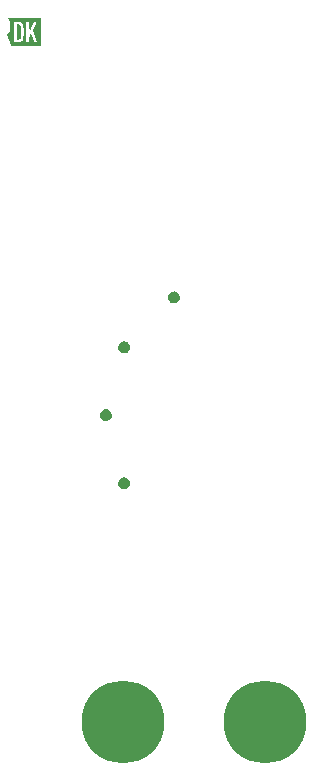
<source format=gtl>
%TF.GenerationSoftware,KiCad,Pcbnew,8.99.0-2433-g53022ab347*%
%TF.CreationDate,2024-10-12T16:27:44+02:00*%
%TF.ProjectId,dmm_sao_front,646d6d5f-7361-46f5-9f66-726f6e742e6b,1.0*%
%TF.SameCoordinates,PX4dbaf29PY3d7cb27*%
%TF.FileFunction,Copper,L1,Top*%
%TF.FilePolarity,Positive*%
%FSLAX46Y46*%
G04 Gerber Fmt 4.6, Leading zero omitted, Abs format (unit mm)*
G04 Created by KiCad (PCBNEW 8.99.0-2433-g53022ab347) date 2024-10-12 16:27:44*
%MOMM*%
%LPD*%
G01*
G04 APERTURE LIST*
%TA.AperFunction,EtchedComponent*%
%ADD10C,0.000000*%
%TD*%
%TA.AperFunction,ComponentPad*%
%ADD11C,7.000000*%
%TD*%
G04 APERTURE END LIST*
D10*
%TA.AperFunction,EtchedComponent*%
%TO.C,G\u002A\u002A\u002A*%
G36*
X16146967Y-37059510D02*
G01*
X16282036Y-37119155D01*
X16388557Y-37208543D01*
X16463497Y-37323594D01*
X16503824Y-37460227D01*
X16510158Y-37548213D01*
X16490748Y-37687769D01*
X16437335Y-37809565D01*
X16355861Y-37909961D01*
X16252271Y-37985315D01*
X16132508Y-38031988D01*
X16002515Y-38046337D01*
X15868236Y-38024723D01*
X15785885Y-37991888D01*
X15670140Y-37912916D01*
X15584004Y-37810485D01*
X15528810Y-37691818D01*
X15505892Y-37564141D01*
X15516580Y-37434675D01*
X15562208Y-37310646D01*
X15640398Y-37203106D01*
X15756474Y-37109354D01*
X15885698Y-37054269D01*
X16023519Y-37039140D01*
X16146967Y-37059510D01*
G37*
%TD.AperFunction*%
%TA.AperFunction,EtchedComponent*%
G36*
X8600042Y-4462550D02*
G01*
X8654631Y-4464664D01*
X8697711Y-4470606D01*
X8730646Y-4484898D01*
X8754797Y-4512062D01*
X8771527Y-4556620D01*
X8782197Y-4623095D01*
X8788171Y-4716009D01*
X8790809Y-4839884D01*
X8791474Y-4999241D01*
X8791493Y-5098138D01*
X8791493Y-5636955D01*
X8739495Y-5688952D01*
X8690116Y-5725098D01*
X8627592Y-5739665D01*
X8590540Y-5740950D01*
X8524509Y-5735263D01*
X8487220Y-5719909D01*
X8483322Y-5714212D01*
X8480885Y-5686872D01*
X8479039Y-5622745D01*
X8477825Y-5527407D01*
X8477282Y-5406435D01*
X8477452Y-5265407D01*
X8478375Y-5109900D01*
X8478691Y-5073386D01*
X8484320Y-4459299D01*
X8600042Y-4462550D01*
G37*
%TD.AperFunction*%
%TA.AperFunction,EtchedComponent*%
G36*
X21932171Y-27100847D02*
G01*
X22043945Y-27156630D01*
X22139014Y-27238489D01*
X22211302Y-27343641D01*
X22254731Y-27469305D01*
X22264720Y-27571842D01*
X22247483Y-27714674D01*
X22194427Y-27837186D01*
X22131245Y-27917494D01*
X22018640Y-28007124D01*
X21889487Y-28062587D01*
X21752471Y-28081204D01*
X21643649Y-28067919D01*
X21525009Y-28019003D01*
X21417844Y-27937808D01*
X21335009Y-27834401D01*
X21326515Y-27819517D01*
X21290416Y-27741031D01*
X21273261Y-27664405D01*
X21269523Y-27579118D01*
X21284198Y-27438500D01*
X21329630Y-27322080D01*
X21409538Y-27221435D01*
X21439566Y-27194104D01*
X21557390Y-27117767D01*
X21682817Y-27078634D01*
X21809770Y-27073921D01*
X21932171Y-27100847D01*
G37*
%TD.AperFunction*%
%TA.AperFunction,EtchedComponent*%
G36*
X17748719Y-42835106D02*
G01*
X17874992Y-42909649D01*
X17967500Y-43009592D01*
X18025557Y-43133859D01*
X18048477Y-43281375D01*
X18048842Y-43305366D01*
X18029293Y-43450286D01*
X17973178Y-43576180D01*
X17883610Y-43678878D01*
X17763702Y-43754209D01*
X17694598Y-43779932D01*
X17594452Y-43803041D01*
X17506765Y-43803646D01*
X17408636Y-43781601D01*
X17397025Y-43778039D01*
X17270702Y-43718990D01*
X17171261Y-43628083D01*
X17105582Y-43523536D01*
X17073893Y-43451507D01*
X17058113Y-43389250D01*
X17054595Y-43316977D01*
X17056914Y-43259469D01*
X17065398Y-43169462D01*
X17082182Y-43104038D01*
X17112610Y-43045518D01*
X17128819Y-43021472D01*
X17227488Y-42914453D01*
X17346225Y-42840206D01*
X17477791Y-42800908D01*
X17614950Y-42798734D01*
X17748719Y-42835106D01*
G37*
%TD.AperFunction*%
%TA.AperFunction,EtchedComponent*%
G36*
X17641163Y-31295600D02*
G01*
X17751478Y-31324525D01*
X17850269Y-31383818D01*
X17885646Y-31413607D01*
X17976311Y-31517837D01*
X18029408Y-31636050D01*
X18048019Y-31775333D01*
X18048110Y-31787072D01*
X18028901Y-31931426D01*
X17973739Y-32059186D01*
X17886323Y-32164623D01*
X17770354Y-32242008D01*
X17747845Y-32252053D01*
X17648183Y-32277326D01*
X17530957Y-32283076D01*
X17416035Y-32269627D01*
X17339366Y-32245381D01*
X17251289Y-32189146D01*
X17167892Y-32108371D01*
X17102364Y-32017422D01*
X17074784Y-31957220D01*
X17061787Y-31891232D01*
X17056037Y-31804838D01*
X17057316Y-31743044D01*
X17068100Y-31651491D01*
X17090818Y-31581860D01*
X17129091Y-31517999D01*
X17226607Y-31406516D01*
X17336881Y-31333905D01*
X17464434Y-31297480D01*
X17507181Y-31293178D01*
X17641163Y-31295600D01*
G37*
%TD.AperFunction*%
%TA.AperFunction,EtchedComponent*%
G36*
X8767259Y-3923302D02*
G01*
X9000405Y-3923902D01*
X9093369Y-3924241D01*
X10475646Y-3929691D01*
X10481122Y-5100125D01*
X10486597Y-6270558D01*
X9249507Y-6270558D01*
X8012417Y-6270558D01*
X7913695Y-5979794D01*
X8240700Y-5979794D01*
X8492085Y-5969440D01*
X8606295Y-5963588D01*
X8688459Y-5955810D01*
X8748897Y-5944266D01*
X8797932Y-5927111D01*
X8836064Y-5908009D01*
X8932484Y-5831125D01*
X8981885Y-5761868D01*
X8997730Y-5732768D01*
X9010070Y-5705186D01*
X9019343Y-5673630D01*
X9025987Y-5632610D01*
X9030441Y-5576636D01*
X9033142Y-5500214D01*
X9034529Y-5397855D01*
X9035040Y-5264068D01*
X9035112Y-5094829D01*
X9035110Y-5091298D01*
X9035035Y-4924398D01*
X9034511Y-4790841D01*
X9033106Y-4688661D01*
X9030382Y-4612362D01*
X9025904Y-4556451D01*
X9019235Y-4515429D01*
X9009940Y-4483803D01*
X8997582Y-4456077D01*
X8982152Y-4427522D01*
X8933259Y-4355147D01*
X8874388Y-4302728D01*
X8798471Y-4267527D01*
X8698442Y-4246802D01*
X8567233Y-4237814D01*
X8490424Y-4236864D01*
X9278732Y-4236864D01*
X9278732Y-5091298D01*
X9279094Y-5277617D01*
X9280127Y-5450663D01*
X9281752Y-5605865D01*
X9283890Y-5738650D01*
X9286461Y-5844448D01*
X9289387Y-5918688D01*
X9292587Y-5956797D01*
X9293807Y-5960807D01*
X9322065Y-5968336D01*
X9377481Y-5970861D01*
X9415616Y-5969633D01*
X9522352Y-5963386D01*
X9532944Y-5687989D01*
X9538468Y-5568833D01*
X9545459Y-5482231D01*
X9555546Y-5418368D01*
X9570361Y-5367429D01*
X9591535Y-5319601D01*
X9595422Y-5311968D01*
X9626740Y-5255860D01*
X9651707Y-5219332D01*
X9661260Y-5211342D01*
X9672579Y-5230258D01*
X9695601Y-5282842D01*
X9727808Y-5362851D01*
X9766687Y-5464041D01*
X9808483Y-5576772D01*
X9851682Y-5693973D01*
X9890695Y-5797472D01*
X9922954Y-5880641D01*
X9945889Y-5936852D01*
X9956697Y-5959239D01*
X9984580Y-5967571D01*
X10040548Y-5970977D01*
X10088784Y-5969831D01*
X10205928Y-5963386D01*
X10005848Y-5445597D01*
X9805768Y-4927809D01*
X9965936Y-4592865D01*
X10017890Y-4483649D01*
X10062810Y-4388125D01*
X10097750Y-4312651D01*
X10119762Y-4263586D01*
X10126105Y-4247393D01*
X10106968Y-4241556D01*
X10057729Y-4237733D01*
X10012761Y-4236864D01*
X9899416Y-4236864D01*
X9721476Y-4627267D01*
X9543536Y-5017670D01*
X9537773Y-4627267D01*
X9532009Y-4236864D01*
X9405371Y-4236864D01*
X9278732Y-4236864D01*
X8490424Y-4236864D01*
X8240700Y-4236864D01*
X8240700Y-5108329D01*
X8240700Y-5979794D01*
X7913695Y-5979794D01*
X7845189Y-5778023D01*
X7677961Y-5285487D01*
X7747318Y-5202431D01*
X7813365Y-5111303D01*
X7814812Y-5108329D01*
X7860198Y-5015020D01*
X7890414Y-4904329D01*
X7906611Y-4769977D01*
X7911362Y-4618181D01*
X7907577Y-4455073D01*
X7893312Y-4323655D01*
X7866226Y-4214038D01*
X7823980Y-4116334D01*
X7772903Y-4033080D01*
X7737756Y-3979812D01*
X7715365Y-3941681D01*
X7711092Y-3931017D01*
X7731691Y-3928996D01*
X7791147Y-3927242D01*
X7885948Y-3925773D01*
X8012585Y-3924606D01*
X8167545Y-3923758D01*
X8347318Y-3923247D01*
X8548393Y-3923089D01*
X8767259Y-3923302D01*
G37*
%TD.AperFunction*%
%TD*%
D11*
%TO.P,REF\u002A\u002A,1*%
%TO.N,GND*%
X17493911Y-63526105D03*
%TD*%
%TO.P,REF\u002A\u002A,1*%
%TO.N,MEASURE*%
X29493911Y-63526105D03*
%TD*%
M02*

</source>
